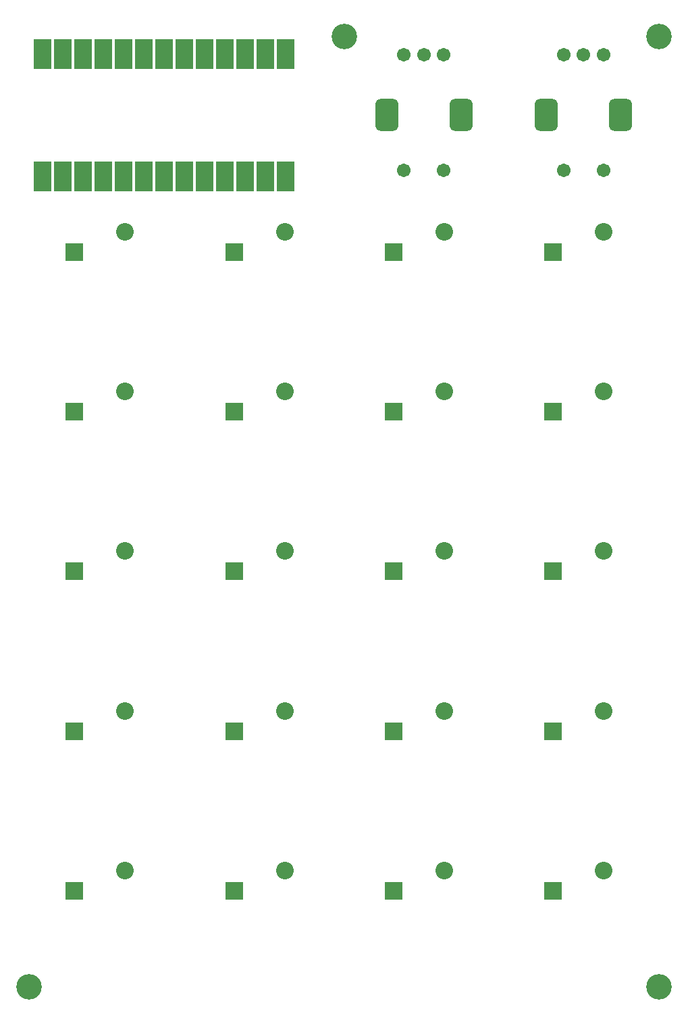
<source format=gbs>
G04*
G04 #@! TF.GenerationSoftware,Altium Limited,Altium Designer,25.3.2 (17)*
G04*
G04 Layer_Color=16711935*
%FSLAX43Y43*%
%MOMM*%
G71*
G04*
G04 #@! TF.SameCoordinates,9A78E016-BF11-4ED0-8CD3-159F53B44DCF*
G04*
G04*
G04 #@! TF.FilePolarity,Negative*
G04*
G01*
G75*
%ADD15C,3.203*%
%ADD16C,2.203*%
%ADD17R,2.203X2.203*%
G04:AMPARAMS|DCode=18|XSize=4.103mm|YSize=2.903mm|CornerRadius=0.777mm|HoleSize=0mm|Usage=FLASHONLY|Rotation=90.000|XOffset=0mm|YOffset=0mm|HoleType=Round|Shape=RoundedRectangle|*
%AMROUNDEDRECTD18*
21,1,4.103,1.350,0,0,90.0*
21,1,2.550,2.903,0,0,90.0*
1,1,1.553,0.675,1.275*
1,1,1.553,0.675,-1.275*
1,1,1.553,-0.675,-1.275*
1,1,1.553,-0.675,1.275*
%
%ADD18ROUNDEDRECTD18*%
%ADD19C,1.703*%
%ADD27R,2.203X3.703*%
D15*
X81500Y2500D02*
D03*
X42000Y121500D02*
D03*
X81500D02*
D03*
X2500Y2500D02*
D03*
D16*
X74540Y17080D02*
D03*
X34540Y97080D02*
D03*
X54540D02*
D03*
X14540Y77080D02*
D03*
Y97080D02*
D03*
X34540Y77080D02*
D03*
X74540D02*
D03*
Y57080D02*
D03*
X14540D02*
D03*
X34540D02*
D03*
X14540Y37080D02*
D03*
X54540Y77080D02*
D03*
Y57080D02*
D03*
X34540Y17080D02*
D03*
Y37080D02*
D03*
X54540D02*
D03*
Y17080D02*
D03*
X74540Y97080D02*
D03*
Y37080D02*
D03*
X14540Y17080D02*
D03*
D17*
X68190Y14540D02*
D03*
X28190Y94540D02*
D03*
X48190D02*
D03*
X8190Y74540D02*
D03*
Y94540D02*
D03*
X28190Y74540D02*
D03*
X68190D02*
D03*
Y54540D02*
D03*
X8190D02*
D03*
X28190D02*
D03*
X8190Y34540D02*
D03*
X48190Y74540D02*
D03*
Y54540D02*
D03*
X28190Y14540D02*
D03*
Y34540D02*
D03*
X48190D02*
D03*
Y14540D02*
D03*
X68190Y94540D02*
D03*
Y34540D02*
D03*
X8190Y14540D02*
D03*
D18*
X56650Y111750D02*
D03*
X47350D02*
D03*
X67350D02*
D03*
X76650D02*
D03*
D19*
X52000Y119250D02*
D03*
X49500D02*
D03*
X54500D02*
D03*
X49500Y104750D02*
D03*
X54500D02*
D03*
X74500D02*
D03*
X69500D02*
D03*
X74500Y119250D02*
D03*
X69500D02*
D03*
X72000D02*
D03*
D27*
X4140Y119300D02*
D03*
X6680D02*
D03*
X9220D02*
D03*
X11760D02*
D03*
X14300D02*
D03*
X16840D02*
D03*
X19380D02*
D03*
X21920D02*
D03*
X24460D02*
D03*
X27000D02*
D03*
X29540D02*
D03*
X32080D02*
D03*
X34620D02*
D03*
X4140Y104000D02*
D03*
X6680D02*
D03*
X9220D02*
D03*
X11760D02*
D03*
X14300D02*
D03*
X16840D02*
D03*
X19380D02*
D03*
X21920D02*
D03*
X24460D02*
D03*
X27000D02*
D03*
X29540D02*
D03*
X32080D02*
D03*
X34620D02*
D03*
M02*

</source>
